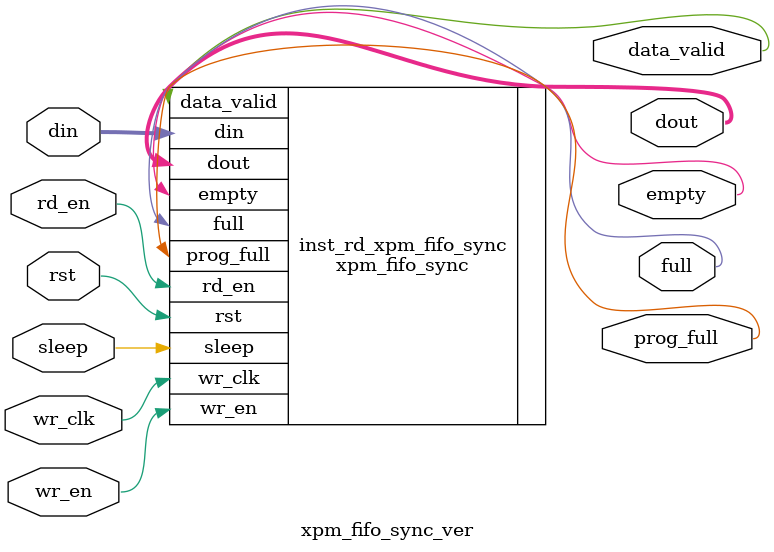
<source format=v>
`timescale 1ns / 1ps
module xpm_fifo_sync_ver
(
    output wire data_valid,
    output wire [31:0]dout,
    output wire empty,
    output wire full,
    output wire prog_full,
    input wire [31:0] din,
    input wire rd_en,
    input wire rst,
    input wire sleep,
    input wire wr_clk,
    input wire wr_en
);

xpm_fifo_sync #(
   .CASCADE_HEIGHT(0),        // DECIMAL
   .DOUT_RESET_VALUE("0"),    // String
   .ECC_MODE("no_ecc"),       // String
   .FIFO_MEMORY_TYPE("auto"), // String
   .FIFO_READ_LATENCY(1),     // DECIMAL
   .FIFO_WRITE_DEPTH(16),   // DECIMAL
   .FULL_RESET_VALUE(1),      // DECIMAL
   .PROG_EMPTY_THRESH(10),    // DECIMAL
   .PROG_FULL_THRESH(10),     // DECIMAL
   .RD_DATA_COUNT_WIDTH(1),   // DECIMAL
   .READ_DATA_WIDTH(32),      // DECIMAL
   .READ_MODE("fwft"),         // String
   .SIM_ASSERT_CHK(0),        // DECIMAL; 0=disable simulation messages, 1=enable simulation messages
   //.USE_ADV_FEATURES("0707"), // String
   .WAKEUP_TIME(0),           // DECIMAL
   .WRITE_DATA_WIDTH(32),     // DECIMAL
   .WR_DATA_COUNT_WIDTH(1)    // DECIMAL
)
inst_rd_xpm_fifo_sync (

   .data_valid(data_valid),       // 1-bit output: Read Data Valid: When asserted, this signal indicates
                                  // that valid data is available on the output bus (dout).

   .dout(dout),                   // READ_DATA_WIDTH-bit output: Read Data: The output data bus is driven
                                  // when reading the FIFO.

   .empty(empty),                 // 1-bit output: Empty Flag: When asserted, this signal indicates that the
                                  // FIFO is empty. Read requests are ignored when the FIFO is empty,
                                  // initiating a read while empty is not destructive to the FIFO.

   .full(full),                   // 1-bit output: Full Flag: When asserted, this signal indicates that the
                                  // FIFO is full. Write requests are ignored when the FIFO is full,
                                  // initiating a write when the FIFO is full is not destructive to the
                                  // contents of the FIFO.

   .prog_full(prog_full),         // 1-bit output: Programmable Full: This signal is asserted when the
                                  // number of words in the FIFO is greater than or equal to the
                                  // programmable full threshold value. It is de-asserted when the number of
                                  // words in the FIFO is less than the programmable full threshold value.

   .din(din),                     // WRITE_DATA_WIDTH-bit input: Write Data: The input data bus used when
                                  // writing the FIFO.


   .rd_en(rd_en),                 // 1-bit input: Read Enable: If the FIFO is not empty, asserting this
                                  // signal causes data (on dout) to be read from the FIFO. Must be held
                                  // active-low when rd_rst_busy is active high.

   .rst(rst),                     // 1-bit input: Reset: Must be synchronous to wr_clk. The clock(s) can be
                                  // unstable at the time of applying reset, but reset must be released only
                                  // after the clock(s) is/are stable.

   .sleep(sleep),                 // 1-bit input: Dynamic power saving- If sleep is High, the memory/fifo
                                  // block is in power saving mode.

   .wr_clk(wr_clk),               // 1-bit input: Write clock: Used for write operation. wr_clk must be a
                                  // free running clock.

   .wr_en(wr_en)                  // 1-bit input: Write Enable: If the FIFO is not full, asserting this
                                  // signal causes data (on din) to be written to the FIFO Must be held
                                  // active-low when rst or wr_rst_busy or rd_rst_busy is active high

);

endmodule

</source>
